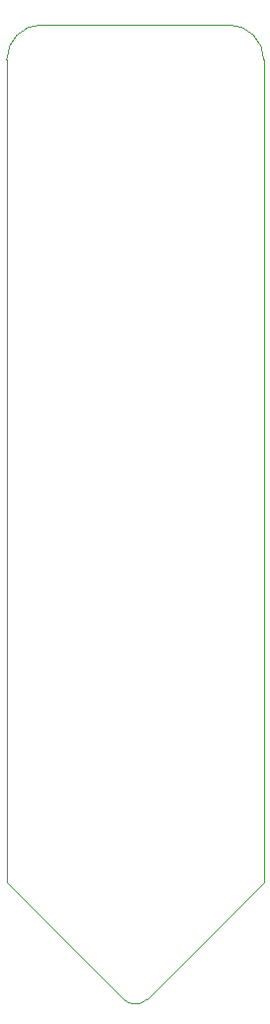
<source format=gbr>
G04 #@! TF.GenerationSoftware,KiCad,Pcbnew,(6.0.7)*
G04 #@! TF.CreationDate,2022-09-04T16:16:14-05:00*
G04 #@! TF.ProjectId,parasite-mini-test,70617261-7369-4746-952d-6d696e692d74,1.2.0*
G04 #@! TF.SameCoordinates,Original*
G04 #@! TF.FileFunction,Profile,NP*
%FSLAX46Y46*%
G04 Gerber Fmt 4.6, Leading zero omitted, Abs format (unit mm)*
G04 Created by KiCad (PCBNEW (6.0.7)) date 2022-09-04 16:16:14*
%MOMM*%
%LPD*%
G01*
G04 APERTURE LIST*
G04 #@! TA.AperFunction,Profile*
%ADD10C,0.050000*%
G04 #@! TD*
G04 APERTURE END LIST*
D10*
X60000000Y-27000000D02*
X76000000Y-27000000D01*
X67000001Y-110320000D02*
G75*
G03*
X68999999Y-110320000I999999J1000000D01*
G01*
X67000001Y-110320000D02*
X57000000Y-100320001D01*
X68999999Y-110320000D02*
X79000000Y-100320001D01*
X57000000Y-30000000D02*
X57000000Y-100320001D01*
X79000000Y-100320001D02*
X79000000Y-30000000D01*
X60000000Y-27000000D02*
G75*
G03*
X57000000Y-30000000I0J-3000000D01*
G01*
X79000000Y-30000000D02*
G75*
G03*
X76000000Y-27000000I-3000000J0D01*
G01*
M02*

</source>
